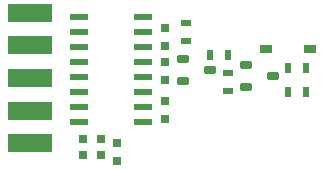
<source format=gtp>
G04 Layer_Color=8421504*
%FSAX25Y25*%
%MOIN*%
G70*
G01*
G75*
%ADD10R,0.15000X0.06100*%
%ADD11R,0.05906X0.02362*%
%ADD12R,0.03543X0.02362*%
G04:AMPARAMS|DCode=13|XSize=23.62mil|YSize=39.37mil|CornerRadius=2.95mil|HoleSize=0mil|Usage=FLASHONLY|Rotation=270.000|XOffset=0mil|YOffset=0mil|HoleType=Round|Shape=RoundedRectangle|*
%AMROUNDEDRECTD13*
21,1,0.02362,0.03347,0,0,270.0*
21,1,0.01772,0.03937,0,0,270.0*
1,1,0.00591,-0.01673,-0.00886*
1,1,0.00591,-0.01673,0.00886*
1,1,0.00591,0.01673,0.00886*
1,1,0.00591,0.01673,-0.00886*
%
%ADD13ROUNDEDRECTD13*%
%ADD14R,0.03937X0.03150*%
%ADD15R,0.03150X0.03150*%
%ADD16R,0.02362X0.03543*%
%ADD17R,0.03150X0.03150*%
D10*
X0278500Y0395900D02*
D03*
Y0385000D02*
D03*
Y0428600D02*
D03*
Y0406800D02*
D03*
Y0417700D02*
D03*
D11*
X0294870Y0392045D02*
D03*
X0316130D02*
D03*
X0294870Y0397045D02*
D03*
X0316130Y0427072D02*
D03*
X0316130Y0422045D02*
D03*
Y0397045D02*
D03*
Y0402045D02*
D03*
Y0407045D02*
D03*
Y0412045D02*
D03*
Y0417045D02*
D03*
X0294870Y0402045D02*
D03*
Y0407045D02*
D03*
Y0412045D02*
D03*
Y0417045D02*
D03*
X0294870Y0422100D02*
D03*
Y0427072D02*
D03*
D12*
X0330500Y0419047D02*
D03*
Y0424953D02*
D03*
X0344500Y0408453D02*
D03*
Y0402547D02*
D03*
D13*
X0338528Y0409500D02*
D03*
X0329472Y0405760D02*
D03*
Y0413240D02*
D03*
X0359528Y0407500D02*
D03*
X0350472Y0403760D02*
D03*
Y0411240D02*
D03*
D14*
X0371783Y0416500D02*
D03*
X0357217D02*
D03*
D15*
X0301953Y0381000D02*
D03*
X0296047D02*
D03*
X0301953Y0386500D02*
D03*
X0296047D02*
D03*
D16*
X0338547Y0414500D02*
D03*
X0344453D02*
D03*
X0364547Y0410000D02*
D03*
X0370453D02*
D03*
X0370453Y0402000D02*
D03*
X0364547D02*
D03*
D17*
X0323500Y0417547D02*
D03*
Y0423453D02*
D03*
X0307500Y0379047D02*
D03*
Y0384953D02*
D03*
X0323500Y0406047D02*
D03*
Y0411953D02*
D03*
Y0393047D02*
D03*
Y0398953D02*
D03*
M02*

</source>
